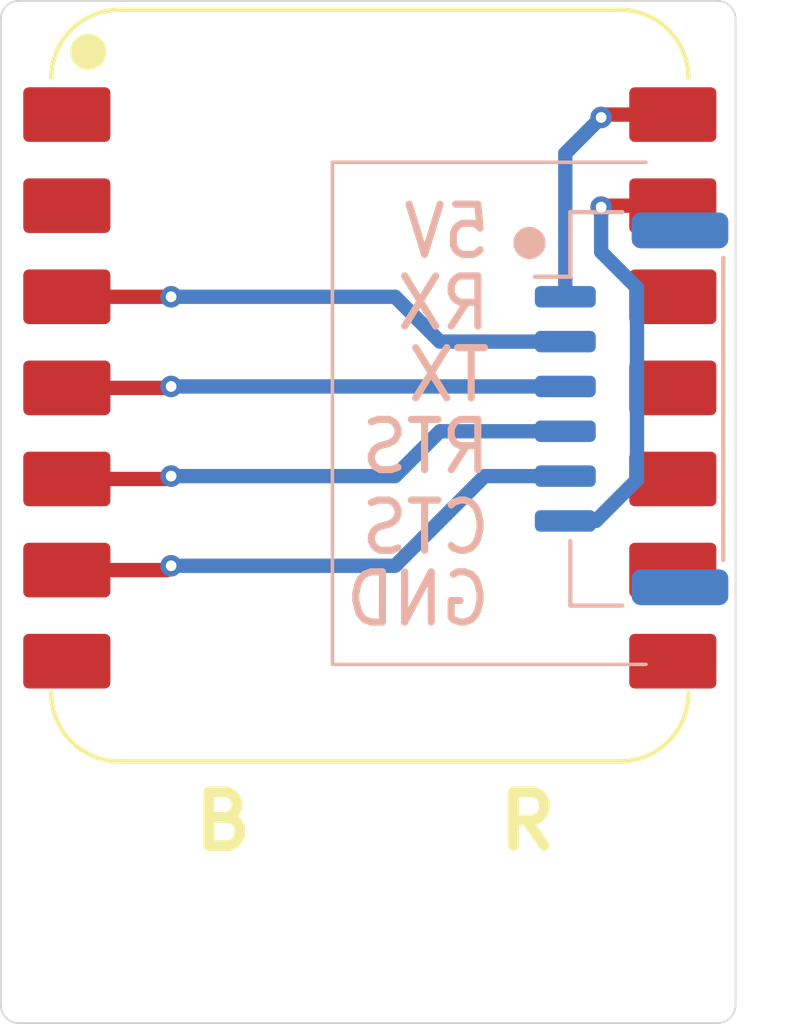
<source format=kicad_pcb>
(kicad_pcb (version 20240108) (generator "pcbnew") (generator_version "8.0")
  (layers (0 "F.Cu" signal) (31 "B.Cu" signal) (34 "B.Paste" user) (35 "F.Paste" user) (36 "B.SilkS" user "B.Silkscreen") (37 "F.SilkS" user "F.Silkscreen") (38 "B.Mask" user) (39 "F.Mask" user) (44 "Edge.Cuts" user))
  (net 0 "")
  (net 2 "/CTS")
  (net 3 "/TX")
  (net 6 "/RTS")
  (net 9 "GND")
  (net 12 "+5V")
  (net 13 "/RX")
  (footprint "XIAO-ESP32C3-footprints:XIAO-ESP32C3-DIP" (layer "F.Cu") (at 133.165 84.79)
    (property "Reference" "XIAO ESP32-C3" (hide yes))
    (property "Value" "XIAO-ESP32-C3-DIP")
    (fp_line (start -7.105 10.414) (end 6.865 10.414) (stroke (width 0.127)) (layer "F.SilkS"))
    (fp_line (start 6.865 -10.541) (end -7.105 -10.541) (stroke (width 0.1)) (layer "F.SilkS"))
    (fp_line (start 6.865 -10.541) (end -7.105 -10.541) (stroke (width 0.127)) (layer "F.SilkS"))
    (fp_arc (start -9.01 -8.636) (mid -8.452038 -9.983038) (end -7.105 -10.541) (stroke (width 0.127)) (layer "F.SilkS"))
    (fp_arc (start -7.105 10.414) (mid -8.452038 9.856038) (end -9.01 8.509) (stroke (width 0.127)) (layer "F.SilkS"))
    (fp_arc (start 6.865 -10.541) (mid 8.212038 -9.983038) (end 8.77 -8.636) (stroke (width 0.127)) (layer "F.SilkS"))
    (fp_arc (start 8.77 8.509) (mid 8.212038 9.856038) (end 6.865 10.414) (stroke (width 0.127)) (layer "F.SilkS"))
    (fp_circle (center -7.977 -9.37) (end -7.977 -9.624) (stroke (width 0.5)) (fill solid) (layer "F.SilkS"))
    (pad "1" smd roundrect (at -8.575 -7.62 180) (size 2.432 1.524) (layers "F.Cu" "F.Mask") (roundrect_rratio 0.1))
    (pad "2" smd roundrect (at -8.575 -5.08 180) (size 2.432 1.524) (layers "F.Cu" "F.Mask") (roundrect_rratio 0.1))
    (pad "3" smd roundrect (at -8.575 -2.54 180) (size 2.432 1.524) (layers "F.Cu" "F.Mask") (roundrect_rratio 0.1) (net 13 "/RX"))
    (pad "4" smd roundrect (at -8.575 0 180) (size 2.432 1.524) (layers "F.Cu" "F.Mask") (roundrect_rratio 0.1) (net 3 "/TX"))
    (pad "5" smd roundrect (at -8.575 2.54 180) (size 2.432 1.524) (layers "F.Cu" "F.Mask") (roundrect_rratio 0.1) (net 6 "/RTS"))
    (pad "6" smd roundrect (at -8.575 5.08 180) (size 2.432 1.524) (layers "F.Cu" "F.Mask") (roundrect_rratio 0.1) (net 2 "/CTS"))
    (pad "7" smd roundrect (at -8.575 7.62 180) (size 2.432 1.524) (layers "F.Cu" "F.Mask") (roundrect_rratio 0.1))
    (pad "8" smd roundrect (at 8.335 7.62) (size 2.432 1.524) (layers "F.Cu" "F.Mask") (roundrect_rratio 0.1))
    (pad "9" smd roundrect (at 8.335 5.08) (size 2.432 1.524) (layers "F.Cu" "F.Mask") (roundrect_rratio 0.1))
    (pad "10" smd roundrect (at 8.335 2.54) (size 2.432 1.524) (layers "F.Cu" "F.Mask") (roundrect_rratio 0.1))
    (pad "11" smd roundrect (at 8.335 0) (size 2.432 1.524) (layers "F.Cu" "F.Mask") (roundrect_rratio 0.1))
    (pad "12" smd roundrect (at 8.335 -2.54) (size 2.432 1.524) (layers "F.Cu" "F.Mask") (roundrect_rratio 0.1))
    (pad "13" smd roundrect (at 8.335 -5.08) (size 2.432 1.524) (layers "F.Cu" "F.Mask") (roundrect_rratio 0.1) (net 9 "GND"))
    (pad "14" smd roundrect (at 8.335 -7.62) (size 2.432 1.524) (layers "F.Cu" "F.Mask") (roundrect_rratio 0.1) (net 12 "+5V"))
  )
  (footprint "MountingHole:MountingHole_2.2mm_M2" (layer "F.Cu") (at 140 99.25)
    (property "Reference" "REF**" (hide yes))
    (property "Value" "MountingHole_2.2mm_M2" (hide yes))
    (pad "" np_thru_hole circle (at 0 0) (size 2.2 2.2) (drill 2.2) (layers "*.Cu" "*.Mask"))
  )
  (footprint "MountingHole:MountingHole_2.2mm_M2" (layer "F.Cu") (at 126 99.25)
    (property "Reference" "REF**" (hide yes))
    (property "Value" "MountingHole_2.2mm_M2" (hide yes))
    (pad "" np_thru_hole circle (at 0 0) (size 2.2 2.2) (drill 2.2) (layers "*.Cu" "*.Mask"))
  )
  (footprint "Connector_JST:JST_GH_SM06B-GHS-TB_1x06-1MP_P1.25mm_Horizontal" (layer "B.Cu") (at 140.35 85.375 -90)
    (property "Reference" "J1" (hide yes))
    (property "Value" "Conn_01x06_Pin")
    (fp_line (start -3.685 2.7) (end -3.685 1.71) (stroke (width 0.12)) (layer "B.SilkS"))
    (fp_line (start -5.485 1.71) (end -5.485 0.26) (stroke (width 0.12)) (layer "B.SilkS"))
    (fp_line (start -3.685 1.71) (end -5.485 1.71) (stroke (width 0.12)) (layer "B.SilkS"))
    (fp_line (start 3.685 1.71) (end 5.485 1.71) (stroke (width 0.12)) (layer "B.SilkS"))
    (fp_line (start 5.485 1.71) (end 5.485 0.26) (stroke (width 0.12)) (layer "B.SilkS"))
    (fp_line (start 4.215 -2.56) (end -4.215 -2.56) (stroke (width 0.12)) (layer "B.SilkS"))
    (pad "1" smd roundrect (at -3.125 1.85 270) (size 0.6 1.7) (layers "B.Cu" "B.Paste" "B.Mask") (net 12 "+5V"))
    (pad "2" smd roundrect (at -1.875 1.85 270) (size 0.6 1.7) (layers "B.Cu" "B.Paste" "B.Mask") (net 13 "/RX"))
    (pad "3" smd roundrect (at -0.625 1.85 270) (size 0.6 1.7) (layers "B.Cu" "B.Paste" "B.Mask") (net 3 "/TX"))
    (pad "4" smd roundrect (at 0.625 1.85 270) (size 0.6 1.7) (layers "B.Cu" "B.Paste" "B.Mask") (net 6 "/RTS"))
    (pad "5" smd roundrect (at 1.875 1.85 270) (size 0.6 1.7) (layers "B.Cu" "B.Paste" "B.Mask") (net 2 "/CTS"))
    (pad "6" smd roundrect (at 3.125 1.85 270) (size 0.6 1.7) (layers "B.Cu" "B.Paste" "B.Mask") (net 9 "GND"))
    (pad "MP" smd roundrect (at -4.975 -1.35 270) (size 1 2.7) (layers "B.Cu" "B.Paste" "B.Mask"))
    (pad "MP" smd roundrect (at 4.975 -1.35 270) (size 1 2.7) (layers "B.Cu" "B.Paste" "B.Mask"))
  )
  (gr_circle (center 137.5 80.75) (end 137.9 80.75) (stroke (width 0.1)) (fill solid) (layer "B.SilkS"))
  (gr_line (start 140.75 78.5) (end 132 78.5) (stroke (width 0.1)) (layer "B.SilkS"))
  (gr_line (start 140.75 92.5) (end 132 92.5) (stroke (width 0.1)) (layer "B.SilkS"))
  (gr_line (start 132 78.5) (end 132 92.5) (stroke (width 0.1)) (layer "B.SilkS"))
  (gr_line (start 142.75 102.5) (end 123.25 102.5) (stroke (width 0.05)) (layer "Edge.Cuts"))
  (gr_line (start 122.75 102) (end 122.75 74.5) (stroke (width 0.05)) (layer "Edge.Cuts"))
  (gr_arc (start 143.25 102) (mid 143.103553 102.353553) (end 142.75 102.5) (stroke (width 0.05)) (layer "Edge.Cuts"))
  (gr_arc (start 122.75 74.5) (mid 122.896447 74.146447) (end 123.25 74) (stroke (width 0.05)) (layer "Edge.Cuts"))
  (gr_arc (start 142.75 74) (mid 143.103553 74.146447) (end 143.25 74.5) (stroke (width 0.05)) (layer "Edge.Cuts"))
  (gr_line (start 123.25 74) (end 142.75 74) (stroke (width 0.05)) (layer "Edge.Cuts"))
  (gr_arc (start 123.25 102.5) (mid 122.896447 102.353553) (end 122.75 102) (stroke (width 0.05)) (layer "Edge.Cuts"))
  (gr_line (start 143.25 74.5) (end 143.25 102) (stroke (width 0.05)) (layer "Edge.Cuts"))
  (gr_text "5V" (at 136.5 81.25 0) (layer "B.SilkS") (effects (font (size 1.4 1.3) (thickness 0.2) (bold yes)) (justify left bottom mirror)))
  (gr_text "RTS" (at 136.5 87.25 0) (layer "B.SilkS") (effects (font (size 1.4 1.3) (thickness 0.2) (bold yes)) (justify left bottom mirror)))
  (gr_text "RX" (at 136.5 83.25 0) (layer "B.SilkS") (effects (font (size 1.4 1.3) (thickness 0.2) (bold yes)) (justify left bottom mirror)))
  (gr_text "GND" (at 136.5 91.5 0) (layer "B.SilkS") (effects (font (size 1.4 1.3) (thickness 0.2) (bold yes)) (justify left bottom mirror)))
  (gr_text "TX" (at 136.5 85.25 0) (layer "B.SilkS") (effects (font (size 1.4 1.3) (thickness 0.2) (bold yes)) (justify left bottom mirror)))
  (gr_text "CTS" (at 136.5 89.5 0) (layer "B.SilkS") (effects (font (size 1.4 1.3) (thickness 0.2) (bold yes)) (justify left bottom mirror)))
  (gr_text "R" (at 136.5 97.75 0) (layer "F.SilkS") (effects (font (size 1.5 1.5) (thickness 0.3) (bold yes)) (justify left bottom)))
  (gr_text "B" (at 128 97.75 0) (layer "F.SilkS") (effects (font (size 1.5 1.5) (thickness 0.3) (bold yes)) (justify left bottom)))
  (segment (start 124.59 89.87) (end 127.38 89.87) (width 0.4) (layer "F.Cu") (net 2))
  (segment (start 127.38 89.87) (end 127.5 89.75) (width 0.4) (layer "F.Cu") (net 2))
  (via (at 127.5 89.75) (size 0.6) (drill 0.3) (layers "F.Cu" "B.Cu") (net 2))
  (segment (start 133.75 89.75) (end 127.5 89.75) (width 0.4) (layer "B.Cu") (net 2))
  (segment (start 138.5 87.25) (end 136.25 87.25) (width 0.4) (layer "B.Cu") (net 2))
  (segment (start 136.25 87.25) (end 133.75 89.75) (width 0.4) (layer "B.Cu") (net 2))
  (segment (start 124.59 84.79) (end 127.46 84.79) (width 0.4) (layer "F.Cu") (net 3))
  (segment (start 127.46 84.79) (end 127.5 84.75) (width 0.4) (layer "F.Cu") (net 3))
  (via (at 127.5 84.75) (size 0.6) (drill 0.3) (layers "F.Cu" "B.Cu") (net 3))
  (segment (start 138.5 84.75) (end 127.5 84.75) (width 0.4) (layer "B.Cu") (net 3))
  (segment (start 124.59 87.33) (end 127.42 87.33) (width 0.4) (layer "F.Cu") (net 6))
  (segment (start 127.42 87.33) (end 127.5 87.25) (width 0.4) (layer "F.Cu") (net 6))
  (via (at 127.5 87.25) (size 0.6) (drill 0.3) (layers "F.Cu" "B.Cu") (net 6))
  (segment (start 133.75 87.25) (end 127.5 87.25) (width 0.4) (layer "B.Cu") (net 6))
  (segment (start 135 86) (end 133.75 87.25) (width 0.4) (layer "B.Cu") (net 6))
  (segment (start 138.5 86) (end 135 86) (width 0.4) (layer "B.Cu") (net 6))
  (segment (start 141.5 79.71) (end 139.54 79.71) (width 0.4) (layer "F.Cu") (net 9))
  (segment (start 139.54 79.71) (end 139.5 79.75) (width 0.4) (layer "F.Cu") (net 9))
  (via (at 139.5 79.75) (size 0.6) (drill 0.3) (layers "F.Cu" "B.Cu") (net 9))
  (segment (start 140.5 82) (end 140.5 87.349999) (width 0.4) (layer "B.Cu") (net 9))
  (segment (start 139.5 81) (end 140.5 82) (width 0.4) (layer "B.Cu") (net 9))
  (segment (start 139.5 79.75) (end 139.5 81) (width 0.4) (layer "B.Cu") (net 9))
  (segment (start 139.349999 88.5) (end 138.5 88.5) (width 0.4) (layer "B.Cu") (net 9))
  (segment (start 140.5 87.349999) (end 139.349999 88.5) (width 0.4) (layer "B.Cu") (net 9))
  (segment (start 139.58 77.17) (end 139.5 77.25) (width 0.4) (layer "F.Cu") (net 12))
  (segment (start 141.5 77.17) (end 139.58 77.17) (width 0.4) (layer "F.Cu") (net 12))
  (via (at 139.5 77.25) (size 0.6) (drill 0.3) (layers "F.Cu" "B.Cu") (net 12))
  (segment (start 138.5 78.25) (end 138.5 82.25) (width 0.4) (layer "B.Cu") (net 12))
  (segment (start 139.5 77.25) (end 138.5 78.25) (width 0.4) (layer "B.Cu") (net 12))
  (segment (start 124.59 82.25) (end 127.5 82.25) (width 0.4) (layer "F.Cu") (net 13))
  (via (at 127.5 82.25) (size 0.6) (drill 0.3) (layers "F.Cu" "B.Cu") (net 13))
  (segment (start 138.5 83.5) (end 135 83.5) (width 0.4) (layer "B.Cu") (net 13))
  (segment (start 135 83.5) (end 133.75 82.25) (width 0.4) (layer "B.Cu") (net 13))
  (segment (start 133.75 82.25) (end 127.5 82.25) (width 0.4) (layer "B.Cu") (net 13))
)
</source>
